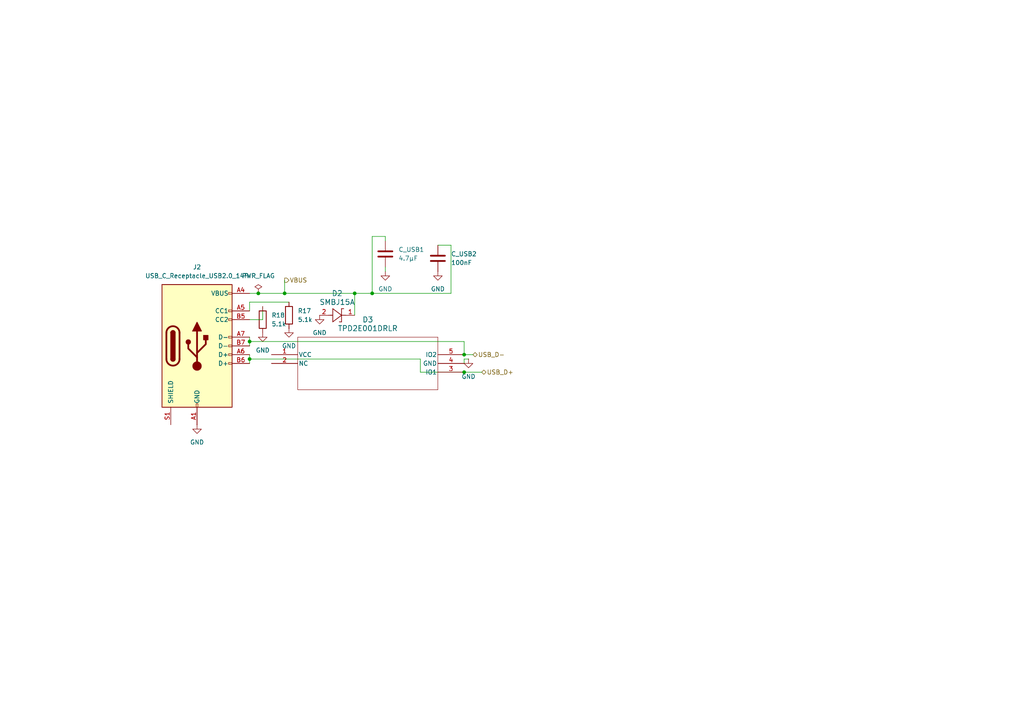
<source format=kicad_sch>
(kicad_sch (version 20250114) (generator "eeschema") (generator_version "9.0")
  (paper "A4")
  (lib_symbols
    (symbol "Connector:USB_C_Receptacle_USB2.0_14P" (pin_names (offset 1.016))
      (property "Reference" "J" (at 0 22.225 0))
      (property "Value" "USB_C_Receptacle_USB2.0_14P" (at 0 19.685 0))
      (symbol "USB_C_Receptacle_USB2.0_14P_0_0"
        (rectangle (start -0.254 -17.78) (end 0.254 -16.764))
        (rectangle (start 10.16 15.494) (end 9.144 14.986))
        (rectangle (start 10.16 10.414) (end 9.144 9.906))
        (rectangle (start 10.16 7.874) (end 9.144 7.366))
        (rectangle (start 10.16 2.794) (end 9.144 2.286))
        (rectangle (start 10.16 0.254) (end 9.144 -0.254))
        (rectangle (start 10.16 -2.286) (end 9.144 -2.794))
        (rectangle (start 10.16 -4.826) (end 9.144 -5.334))
      )
      (symbol "USB_C_Receptacle_USB2.0_14P_0_1"
        (rectangle (start -10.16 17.78) (end 10.16 -17.78) (stroke (width 0.254)) (fill (type background)))
        (polyline (pts (xy -8.89 -3.81) (xy -8.89 3.81)) (stroke (width 0.508)))
        (rectangle (start -7.62 -3.81) (end -6.35 3.81) (stroke (width 0.254)) (fill (type outline)))
        (arc (start -7.62 3.81) (mid -6.985 4.4423) (end -6.35 3.81) (stroke (width 0.254)))
        (arc (start -7.62 3.81) (mid -6.985 4.4423) (end -6.35 3.81) (stroke (width 0.254)) (fill (type outline)))
        (arc (start -8.89 3.81) (mid -6.985 5.7067) (end -5.08 3.81) (stroke (width 0.508)))
        (arc (start -5.08 -3.81) (mid -6.985 -5.7067) (end -8.89 -3.81) (stroke (width 0.508)))
        (arc (start -6.35 -3.81) (mid -6.985 -4.4423) (end -7.62 -3.81) (stroke (width 0.254)))
        (arc (start -6.35 -3.81) (mid -6.985 -4.4423) (end -7.62 -3.81) (stroke (width 0.254)) (fill (type outline)))
        (polyline (pts (xy -5.08 3.81) (xy -5.08 -3.81)) (stroke (width 0.508)))
        (circle (center -2.54 1.143) (radius 0.635) (stroke (width 0.254)) (fill (type outline)))
        (polyline (pts (xy -1.27 4.318) (xy 0 6.858) (xy 1.27 4.318) (xy -1.27 4.318)) (stroke (width 0.254)) (fill (type outline)))
        (polyline (pts (xy 0 -2.032) (xy 2.54 0.508) (xy 2.54 1.778)) (stroke (width 0.508)))
        (polyline (pts (xy 0 -3.302) (xy -2.54 -0.762) (xy -2.54 0.508)) (stroke (width 0.508)))
        (polyline (pts (xy 0 -5.842) (xy 0 4.318)) (stroke (width 0.508)))
        (circle (center 0 -5.842) (radius 1.27) (fill (type outline)))
        (rectangle (start 1.905 1.778) (end 3.175 3.048) (stroke (width 0.254)) (fill (type outline)))
      )
      (symbol "USB_C_Receptacle_USB2.0_14P_1_1"
        (pin passive line (at -7.62 -22.86 90) (length 5.08) (name "SHIELD") (number "S1"))
        (pin passive line (at 0 -22.86 90) (length 5.08) (name "GND") (number "A1"))
        (pin passive line (at 0 -22.86 90) (length 5.08) (hide yes) (name "GND") (number "A12"))
        (pin passive line (at 0 -22.86 90) (length 5.08) (hide yes) (name "GND") (number "B1"))
        (pin passive line (at 0 -22.86 90) (length 5.08) (hide yes) (name "GND") (number "B12"))
        (pin passive line (at 15.24 15.24 180) (length 5.08) (name "VBUS") (number "A4"))
        (pin passive line (at 15.24 15.24 180) (length 5.08) (hide yes) (name "VBUS") (number "A9"))
        (pin passive line (at 15.24 15.24 180) (length 5.08) (hide yes) (name "VBUS") (number "B4"))
        (pin passive line (at 15.24 15.24 180) (length 5.08) (hide yes) (name "VBUS") (number "B9"))
        (pin bidirectional line (at 15.24 10.16 180) (length 5.08) (name "CC1") (number "A5"))
        (pin bidirectional line (at 15.24 7.62 180) (length 5.08) (name "CC2") (number "B5"))
        (pin bidirectional line (at 15.24 2.54 180) (length 5.08) (name "D-") (number "A7"))
        (pin bidirectional line (at 15.24 0 180) (length 5.08) (name "D-") (number "B7"))
        (pin bidirectional line (at 15.24 -2.54 180) (length 5.08) (name "D+") (number "A6"))
        (pin bidirectional line (at 15.24 -5.08 180) (length 5.08) (name "D+") (number "B6"))
      )
    )
    (symbol "Device:C" (pin_numbers (hide yes)) (pin_names (offset 0.254))
      (property "Reference" "C" (at 0.635 2.54 0))
      (property "Value" "C" (at 0.635 -2.54 0))
      (symbol "C_0_1"
        (polyline (pts (xy -2.032 0.762) (xy 2.032 0.762)) (stroke (width 0.508)))
        (polyline (pts (xy -2.032 -0.762) (xy 2.032 -0.762)) (stroke (width 0.508)))
      )
      (symbol "C_1_1"
        (pin passive line (at 0 3.81 270) (length 2.794) (name "~") (number "1"))
        (pin passive line (at 0 -3.81 90) (length 2.794) (name "~") (number "2"))
      )
    )
    (symbol "Device:R" (pin_numbers (hide yes)) (pin_names (offset 0))
      (property "Reference" "R" (at 2.032 0 90))
      (property "Value" "R" (at 0 0 90))
      (symbol "R_0_1"
        (rectangle (start -1.016 -2.54) (end 1.016 2.54) (stroke (width 0.254)))
      )
      (symbol "R_1_1"
        (pin passive line (at 0 3.81 270) (length 1.27) (name "~") (number "1"))
        (pin passive line (at 0 -3.81 90) (length 1.27) (name "~") (number "2"))
      )
    )
    (symbol "power:GND" (power) (pin_numbers (hide yes)) (pin_names (offset 0) (hide yes))
      (property "Value" "GND" (at 0 -3.81 0))
      (symbol "GND_0_1"
        (polyline (pts (xy 0 0) (xy 0 -1.27) (xy 1.27 -1.27) (xy 0 -2.54) (xy -1.27 -1.27) (xy 0 -1.27)))
      )
      (symbol "GND_1_1"
        (pin power_in line (at 0 0 270) (length 0) (name "~") (number "1"))
      )
    )
    (symbol "power:PWR_FLAG" (power) (pin_numbers (hide yes)) (pin_names (offset 0) (hide yes))
      (property "Value" "PWR_FLAG" (at 0 3.81 0))
      (symbol "PWR_FLAG_0_0"
        (pin power_out line (at 0 0 90) (length 0) (name "~") (number "1"))
      )
      (symbol "PWR_FLAG_0_1"
        (polyline (pts (xy 0 0) (xy 0 1.27) (xy -1.016 1.905) (xy 0 2.54) (xy 1.016 1.905) (xy 0 1.27)))
      )
    )
    (symbol "ul_SMBJ15A:SMBJ15A" (pin_names (offset 0.254))
      (property "Reference" "CR" (at 5.08 4.445 0))
      (property "Value" "SMBJ15A" (at 5.08 -3.81 0))
      (symbol "SMBJ15A_0_1"
        (polyline (pts (xy 2.54 0) (xy 3.4798 0)) (stroke (width 0.2032)))
        (polyline (pts (xy 3.175 0) (xy 3.81 0)) (stroke (width 0.2032)))
        (polyline (pts (xy 3.81 1.905) (xy 3.81 -1.905)) (stroke (width 0.2032)))
        (polyline (pts (xy 3.81 -1.905) (xy 6.35 0)) (stroke (width 0.2032)))
        (polyline (pts (xy 6.35 1.905) (xy 6.985 1.905)) (stroke (width 0.2032)))
        (polyline (pts (xy 6.35 0) (xy 3.81 1.905)) (stroke (width 0.2032)))
        (polyline (pts (xy 6.35 0) (xy 7.62 0)) (stroke (width 0.2032)))
        (polyline (pts (xy 6.35 -1.905) (xy 5.715 -1.905)) (stroke (width 0.2032)))
        (polyline (pts (xy 6.35 -1.905) (xy 6.35 1.905)) (stroke (width 0.2032)))
        (pin unspecified line (at 0 0 0) (length 2.54) (name "") (number "2"))
        (pin unspecified line (at 10.16 0 180) (length 2.54) (name "") (number "1"))
      )
    )
    (symbol "ul_TPD2E001DRLR:TPD2E001DRLR" (pin_names (offset 0.254))
      (property "Reference" "U" (at 27.94 10.16 0))
      (property "Value" "TPD2E001DRLR" (at 27.94 7.62 0))
      (symbol "TPD2E001DRLR_0_1"
        (polyline (pts (xy 7.62 5.08) (xy 7.62 -10.16)) (stroke (width 0.127)))
        (polyline (pts (xy 7.62 -10.16) (xy 48.26 -10.16)) (stroke (width 0.127)))
        (polyline (pts (xy 48.26 5.08) (xy 7.62 5.08)) (stroke (width 0.127)))
        (polyline (pts (xy 48.26 -10.16) (xy 48.26 5.08)) (stroke (width 0.127)))
        (pin power_in line (at 0 0 0) (length 7.62) (name "VCC") (number "1"))
        (pin unspecified line (at 0 -2.54 0) (length 7.62) (name "NC") (number "2"))
        (pin bidirectional line (at 55.88 0 180) (length 7.62) (name "IO2") (number "5"))
        (pin power_in line (at 55.88 -2.54 180) (length 7.62) (name "GND") (number "4"))
        (pin bidirectional line (at 55.88 -5.08 180) (length 7.62) (name "IO1") (number "3"))
      )
    )
  )
  (junction (at 102.87 85.09))
  (junction (at 82.55 85.09))
  (junction (at 72.39 99.06))
  (junction (at 134.62 102.87))
  (junction (at 107.95 85.09))
  (junction (at 72.39 104.14))
  (junction (at 74.93 85.09))
  (junction (at 134.62 107.95))
  (wire (pts (xy 72.39 102.87) (xy 72.39 104.14)))
  (wire (pts (xy 135.89 104.14) (xy 134.62 104.14)))
  (wire (pts (xy 72.39 99.06) (xy 134.62 99.06)))
  (wire (pts (xy 72.39 87.63) (xy 72.39 90.17)))
  (wire (pts (xy 72.39 97.79) (xy 72.39 99.06)))
  (wire (pts (xy 134.62 99.06) (xy 134.62 102.87)))
  (wire (pts (xy 76.2 92.71) (xy 76.2 88.9)))
  (wire (pts (xy 134.62 102.87) (xy 137.16 102.87)))
  (wire (pts (xy 72.39 104.14) (xy 72.39 105.41)))
  (wire (pts (xy 107.95 68.58) (xy 107.95 85.09)))
  (wire (pts (xy 102.87 85.09) (xy 107.95 85.09)))
  (wire (pts (xy 130.81 71.12) (xy 130.81 85.09)))
  (wire (pts (xy 134.62 107.95) (xy 139.7 107.95)))
  (wire (pts (xy 107.95 85.09) (xy 130.81 85.09)))
  (wire (pts (xy 102.87 85.09) (xy 102.87 91.44)))
  (wire (pts (xy 72.39 87.63) (xy 83.82 87.63)))
  (wire (pts (xy 72.39 92.71) (xy 76.2 92.71)))
  (wire (pts (xy 111.76 68.58) (xy 111.76 69.85)))
  (wire (pts (xy 72.39 99.06) (xy 72.39 100.33)))
  (wire (pts (xy 111.76 68.58) (xy 107.95 68.58)))
  (wire (pts (xy 134.62 104.14) (xy 134.62 105.41)))
  (wire (pts (xy 121.92 104.14) (xy 121.92 107.95)))
  (wire (pts (xy 72.39 104.14) (xy 121.92 104.14)))
  (wire (pts (xy 121.92 107.95) (xy 134.62 107.95)))
  (wire (pts (xy 111.76 78.74) (xy 111.76 77.47)))
  (wire (pts (xy 82.55 85.09) (xy 102.87 85.09)))
  (wire (pts (xy 82.55 81.28) (xy 82.55 85.09)))
  (wire (pts (xy 72.39 85.09) (xy 74.93 85.09)))
  (wire (pts (xy 127 71.12) (xy 130.81 71.12)))
  (wire (pts (xy 74.93 85.09) (xy 82.55 85.09)))
  (hierarchical_label "USB_D-" (shape bidirectional) (at 137.16 102.87 0))
  (hierarchical_label "VBUS" (shape output) (at 82.55 81.28 0))
  (hierarchical_label "USB_D+" (shape bidirectional) (at 139.7 107.95 0))
  (symbol (lib_id "Device:R") (at 76.2 92.71 0) (unit 1)
    (property "Reference" "R18" (at 78.74 91.4399 0) (effects (justify left)))
    (property "Value" "5.1k" (at 78.74 93.9799 0) (effects (justify left)))
    (property "Footprint" "Resistor_SMD:R_0402_1005Metric" (effects (hide yes)))
    (property "Description" "Resistor" (effects (hide yes)))
  )
  (symbol (lib_id "Device:C") (at 127 74.93 0) (unit 1)
    (property "Reference" "C_USB2" (at 130.81 73.6599 0) (effects (justify left)))
    (property "Value" "100nF" (at 130.81 76.1999 0) (effects (justify left)))
    (property "Footprint" "Capacitor_SMD:C_0402_1005Metric" (effects (hide yes)))
    (property "Description" "Unpolarized capacitor" (effects (hide yes)))
  )
  (symbol (lib_id "power:GND") (at 135.89 104.14 0) (unit 1)
    (property "Reference" "#PWR04" (effects (hide yes)))
    (property "Value" "GND" (at 135.89 109.22 0))
    (property "Description" "Power symbol creates a global label with name \"GND\" , ground" (effects (hide yes)))
  )
  (symbol (lib_id "ul_TPD2E001DRLR:TPD2E001DRLR") (at 78.74 102.87 0) (unit 1)
    (property "Reference" "D3" (at 106.68 92.71 0) (effects (font (size 1.524 1.524))))
    (property "Value" "TPD2E001DRLR" (at 106.68 95.25 0) (effects (font (size 1.524 1.524))))
    (property "Footprint" "Package_TO_SOT_SMD:SOT-23" (effects (hide yes)))
    (property "Datasheet" "https://www.ti.com/lit/gpn/tpd2e001" (effects (hide yes)))
  )
  (symbol (lib_id "Connector:USB_C_Receptacle_USB2.0_14P") (at 57.15 100.33 0) (unit 1)
    (property "Reference" "J2" (at 57.15 77.47 0))
    (property "Value" "USB_C_Receptacle_USB2.0_14P" (at 57.15 80.01 0))
    (property "Footprint" "Connector_USB:USB_C_Receptacle_GCT_USB4110" (effects (hide yes)))
    (property "Datasheet" "https://www.usb.org/sites/default/files/documents/usb_type-c.zip" (effects (hide yes)))
    (property "Description" "USB 2.0-only 14P Type-C Receptacle connector" (effects (hide yes)))
  )
  (symbol (lib_id "power:GND") (at 111.76 78.74 0) (unit 1)
    (property "Reference" "#PWR02" (effects (hide yes)))
    (property "Value" "GND" (at 111.76 83.82 0))
    (property "Description" "Power symbol creates a global label with name \"GND\" , ground" (effects (hide yes)))
  )
  (symbol (lib_id "power:GND") (at 92.71 91.44 0) (unit 1)
    (property "Reference" "#PWR01" (effects (hide yes)))
    (property "Value" "GND" (at 92.71 96.52 0))
    (property "Description" "Power symbol creates a global label with name \"GND\" , ground" (effects (hide yes)))
  )
  (symbol (lib_id "power:PWR_FLAG") (at 74.93 85.09 0) (unit 1)
    (property "Reference" "#FLG02" (effects (hide yes)))
    (property "Value" "PWR_FLAG" (at 74.93 80.01 0))
    (property "Description" "Special symbol for telling ERC where power comes from" (effects (hide yes)))
  )
  (symbol (lib_id "ul_SMBJ15A:SMBJ15A") (at 92.71 91.44 0) (unit 1)
    (property "Reference" "D2" (at 97.79 85.09 0) (effects (font (size 1.524 1.524))))
    (property "Value" "SMBJ15A" (at 97.79 87.63 0) (effects (font (size 1.524 1.524))))
    (property "Footprint" "Diode_SMD:D_SMB" (effects (hide yes)))
    (property "Datasheet" "SMBJ15A" (effects (hide yes)))
  )
  (symbol (lib_id "power:GND") (at 83.82 95.25 0) (unit 1)
    (property "Reference" "#PWR05" (effects (hide yes)))
    (property "Value" "GND" (at 83.82 100.33 0))
    (property "Description" "Power symbol creates a global label with name \"GND\" , ground" (effects (hide yes)))
  )
  (symbol (lib_id "Device:R") (at 83.82 91.44 0) (unit 1)
    (property "Reference" "R17" (at 86.36 90.1699 0) (effects (justify left)))
    (property "Value" "5.1k" (at 86.36 92.7099 0) (effects (justify left)))
    (property "Footprint" "Resistor_SMD:R_0402_1005Metric" (effects (hide yes)))
    (property "Description" "Resistor" (effects (hide yes)))
  )
  (symbol (lib_id "Device:C") (at 111.76 73.66 0) (unit 1)
    (property "Reference" "C_USB1" (at 115.57 72.3899 0) (effects (justify left)))
    (property "Value" "4.7µF" (at 115.57 74.9299 0) (effects (justify left)))
    (property "Footprint" "Capacitor_SMD:C_0805_2012Metric" (effects (hide yes)))
    (property "Description" "Unpolarized capacitor" (effects (hide yes)))
  )
  (symbol (lib_id "power:GND") (at 57.15 123.19 0) (unit 1)
    (property "Reference" "#PWR07" (effects (hide yes)))
    (property "Value" "GND" (at 57.15 128.27 0))
    (property "Description" "Power symbol creates a global label with name \"GND\" , ground" (effects (hide yes)))
  )
  (symbol (lib_id "power:GND") (at 127 78.74 0) (unit 1)
    (property "Reference" "#PWR03" (effects (hide yes)))
    (property "Value" "GND" (at 127 83.82 0))
    (property "Description" "Power symbol creates a global label with name \"GND\" , ground" (effects (hide yes)))
  )
  (symbol (lib_id "power:GND") (at 76.2 96.52 0) (unit 1)
    (property "Reference" "#PWR06" (effects (hide yes)))
    (property "Value" "GND" (at 76.2 101.6 0))
    (property "Description" "Power symbol creates a global label with name \"GND\" , ground" (effects (hide yes)))
  )
)
</source>
